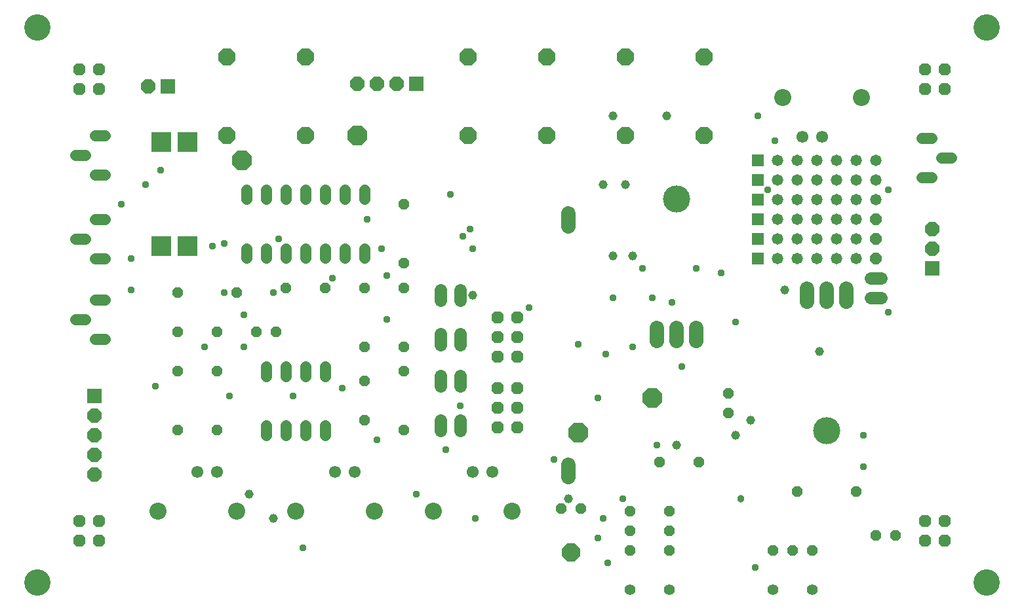
<source format=gbs>
G75*
G70*
%OFA0B0*%
%FSLAX24Y24*%
%IPPOS*%
%LPD*%
%AMOC8*
5,1,8,0,0,1.08239X$1,22.5*
%
%ADD10C,0.1340*%
%ADD11C,0.0730*%
%ADD12OC8,0.0560*%
%ADD13C,0.0611*%
%ADD14C,0.0867*%
%ADD15C,0.0560*%
%ADD16C,0.0580*%
%ADD17C,0.0620*%
%ADD18OC8,0.0620*%
%ADD19OC8,0.0552*%
%ADD20C,0.0552*%
%ADD21OC8,0.0860*%
%ADD22OC8,0.0730*%
%ADD23R,0.0730X0.0730*%
%ADD24C,0.0740*%
%ADD25C,0.1380*%
%ADD26OC8,0.0930*%
%ADD27R,0.1025X0.1025*%
%ADD28C,0.0370*%
%ADD29OC8,0.1025*%
%ADD30C,0.0380*%
%ADD31C,0.0456*%
%ADD32C,0.0580*%
%ADD33R,0.0611X0.0611*%
%ADD34OC8,0.0611*%
D10*
X002073Y007726D03*
X002073Y035976D03*
X050323Y035976D03*
X050323Y007726D03*
D11*
X029073Y013080D02*
X029073Y013730D01*
X029073Y025860D02*
X029073Y026510D01*
D12*
X020698Y026976D03*
X020698Y023976D03*
X020698Y022726D03*
X018698Y022726D03*
X016698Y022726D03*
X014698Y022726D03*
X014198Y020476D03*
X013198Y020476D03*
X011198Y020476D03*
X009198Y020476D03*
X009198Y018476D03*
X011198Y018476D03*
X011198Y015476D03*
X009198Y015476D03*
X009198Y022476D03*
X012198Y022476D03*
X018698Y019726D03*
X018698Y017976D03*
X020698Y018476D03*
X020698Y019726D03*
X018698Y015976D03*
X020698Y015476D03*
X028698Y011476D03*
X029698Y011476D03*
X033698Y013851D03*
X035698Y013851D03*
X037198Y016351D03*
X037198Y017351D03*
X040698Y012351D03*
X043698Y012351D03*
X044698Y010101D03*
X045698Y010101D03*
D13*
X025198Y013351D03*
X024198Y013351D03*
X018198Y013351D03*
X017198Y013351D03*
X011198Y013351D03*
X010198Y013351D03*
X040948Y030426D03*
X041948Y030426D03*
D14*
X039948Y032426D03*
X043948Y032426D03*
X026198Y011351D03*
X022198Y011351D03*
X019198Y011351D03*
X015198Y011351D03*
X012198Y011351D03*
X008198Y011351D03*
D15*
X005485Y020101D02*
X005005Y020101D01*
X004485Y021101D02*
X004005Y021101D01*
X005005Y022101D02*
X005485Y022101D01*
X005485Y024226D02*
X005005Y024226D01*
X004485Y025226D02*
X004005Y025226D01*
X005005Y026226D02*
X005485Y026226D01*
X005485Y028476D02*
X005005Y028476D01*
X004485Y029476D02*
X004005Y029476D01*
X005005Y030476D02*
X005485Y030476D01*
X012698Y027716D02*
X012698Y027236D01*
X013698Y027236D02*
X013698Y027716D01*
X014698Y027716D02*
X014698Y027236D01*
X015698Y027236D02*
X015698Y027716D01*
X016698Y027716D02*
X016698Y027236D01*
X017698Y027236D02*
X017698Y027716D01*
X018698Y027716D02*
X018698Y027236D01*
X018698Y024716D02*
X018698Y024236D01*
X017698Y024236D02*
X017698Y024716D01*
X016698Y024716D02*
X016698Y024236D01*
X015698Y024236D02*
X015698Y024716D01*
X014698Y024716D02*
X014698Y024236D01*
X013698Y024236D02*
X013698Y024716D01*
X012698Y024716D02*
X012698Y024236D01*
X047037Y028351D02*
X047517Y028351D01*
X048037Y029351D02*
X048517Y029351D01*
X047517Y030351D02*
X047037Y030351D01*
D16*
X016698Y018726D02*
X016698Y018226D01*
X015698Y018226D02*
X015698Y018726D01*
X014698Y018726D02*
X014698Y018226D01*
X013698Y018226D02*
X013698Y018726D01*
X013698Y015726D02*
X013698Y015226D01*
X014698Y015226D02*
X014698Y015726D01*
X015698Y015726D02*
X015698Y015226D01*
X016698Y015226D02*
X016698Y015726D01*
D17*
X022573Y015456D02*
X022573Y015996D01*
X023573Y015996D02*
X023573Y015456D01*
X023573Y017706D02*
X023573Y018246D01*
X022573Y018246D02*
X022573Y017706D01*
X022573Y019831D02*
X022573Y020371D01*
X023573Y020371D02*
X023573Y019831D01*
X023573Y022081D02*
X023573Y022621D01*
X022573Y022621D02*
X022573Y022081D01*
X044428Y022226D02*
X044968Y022226D01*
X044968Y023226D02*
X044428Y023226D01*
D18*
X047198Y032851D03*
X048198Y032851D03*
X048198Y033851D03*
X047198Y033851D03*
X026448Y021226D03*
X025448Y021226D03*
X025448Y020226D03*
X026448Y020226D03*
X026448Y019226D03*
X025448Y019226D03*
X025448Y017601D03*
X026448Y017601D03*
X026448Y016601D03*
X025448Y016601D03*
X025448Y015601D03*
X026448Y015601D03*
X047198Y010851D03*
X048198Y010851D03*
X048198Y009851D03*
X047198Y009851D03*
X005198Y009851D03*
X004198Y009851D03*
X004198Y010851D03*
X005198Y010851D03*
X005198Y032851D03*
X004198Y032851D03*
X004198Y033851D03*
X005198Y033851D03*
D19*
X032198Y011351D03*
X032198Y010351D03*
X032198Y009351D03*
X034198Y009351D03*
X034198Y010351D03*
X034198Y011351D03*
X039448Y009351D03*
X040448Y009351D03*
X041448Y009351D03*
D20*
X041448Y007351D03*
X039448Y007351D03*
X034198Y007351D03*
X032198Y007351D03*
D21*
X031948Y030476D03*
X027948Y030476D03*
X023948Y030476D03*
X023948Y034476D03*
X027948Y034476D03*
X031948Y034476D03*
X035948Y034476D03*
X035948Y030476D03*
X015698Y030476D03*
X011698Y030476D03*
X011698Y034476D03*
X015698Y034476D03*
D22*
X018323Y033101D03*
X019323Y033101D03*
X020323Y033101D03*
X007698Y032976D03*
X004948Y016226D03*
X004948Y015226D03*
X004948Y014226D03*
X004948Y013226D03*
X047573Y024726D03*
X047573Y025726D03*
D23*
X047573Y023726D03*
X021323Y033101D03*
X008698Y032976D03*
X004948Y017226D03*
D24*
X033573Y020021D02*
X033573Y020681D01*
X034573Y020681D02*
X034573Y020021D01*
X035573Y020021D02*
X035573Y020681D01*
X041198Y022021D02*
X041198Y022681D01*
X042198Y022681D02*
X042198Y022021D01*
X043198Y022021D02*
X043198Y022681D01*
D25*
X042198Y015451D03*
X034573Y027251D03*
D26*
X029198Y009251D03*
D27*
X009688Y024851D03*
X008348Y024851D03*
X008348Y030151D03*
X009688Y030151D03*
D28*
X008323Y028726D03*
X007573Y027976D03*
X006323Y026976D03*
X006823Y024226D03*
X006823Y022601D03*
X010948Y024851D03*
X011573Y024976D03*
X014323Y025226D03*
X017073Y023226D03*
X019823Y023351D03*
X019573Y024726D03*
X018823Y026226D03*
X023073Y027476D03*
X024073Y025726D03*
X023698Y025351D03*
X024198Y024726D03*
X027073Y021726D03*
X029573Y019851D03*
X030948Y019351D03*
X032323Y019726D03*
X031323Y022226D03*
X033323Y022226D03*
X034323Y021976D03*
X035573Y023726D03*
X036823Y023476D03*
X037573Y020976D03*
X034823Y018726D03*
X030573Y017101D03*
X033573Y014726D03*
X031823Y011976D03*
X030823Y010976D03*
X030573Y009976D03*
X031073Y008726D03*
X028323Y013976D03*
X024323Y010976D03*
X021323Y012226D03*
X022823Y014476D03*
X023573Y016726D03*
X019323Y014976D03*
X017573Y017601D03*
X015073Y017226D03*
X011823Y017226D03*
X012573Y019726D03*
X012573Y021351D03*
X011573Y022476D03*
X014073Y022476D03*
X010573Y019726D03*
X008073Y017726D03*
X015573Y009476D03*
X019823Y021101D03*
X032823Y023726D03*
X039198Y027726D03*
X039573Y030226D03*
X038698Y031476D03*
X045323Y027726D03*
X045323Y021476D03*
X044073Y015226D03*
X044073Y013601D03*
X038573Y008476D03*
D29*
X029573Y015351D03*
X033323Y017101D03*
X018323Y030476D03*
X012448Y029226D03*
D30*
X037823Y011976D03*
D31*
X037573Y015226D03*
X038323Y015976D03*
X034573Y014726D03*
X029073Y011976D03*
X024198Y022351D03*
X030823Y027976D03*
X031948Y027976D03*
X031323Y031476D03*
X034073Y031476D03*
X032323Y024351D03*
X031323Y024351D03*
X040073Y022601D03*
X041823Y019476D03*
X014073Y010976D03*
X012823Y012226D03*
D32*
X039698Y024226D03*
X039698Y025226D03*
X039698Y026226D03*
X040698Y026226D03*
X040698Y025226D03*
X040698Y024226D03*
X041698Y024226D03*
X041698Y025226D03*
X041698Y026226D03*
X042698Y026226D03*
X042698Y025226D03*
X042698Y024226D03*
X043698Y024226D03*
X043698Y025226D03*
X043698Y026226D03*
X043698Y027226D03*
X042698Y027226D03*
X041698Y027226D03*
X040698Y027226D03*
X039698Y027226D03*
X039698Y028226D03*
X039698Y029226D03*
X040698Y029226D03*
X040698Y028226D03*
X041698Y028226D03*
X041698Y029226D03*
X042698Y029226D03*
X042698Y028226D03*
X043698Y028226D03*
X043698Y029226D03*
X044698Y029226D03*
X044698Y028226D03*
X044698Y027226D03*
D33*
X038698Y027226D03*
X038698Y028226D03*
X038698Y029226D03*
X038698Y026226D03*
X038698Y025226D03*
X038698Y024226D03*
D34*
X044698Y024226D03*
X044698Y025226D03*
X044698Y026226D03*
M02*

</source>
